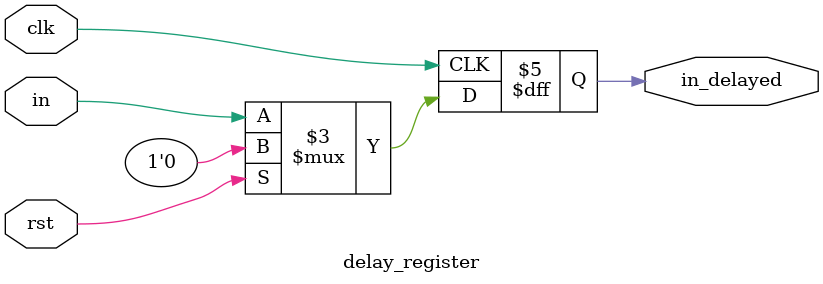
<source format=v>
`ifndef __DELAY_REGISTER_V__
`define __DELAY_REGISTER_V__

module delay_register (
    input clk,
    input rst,

    input in,
    output reg in_delayed
);

    always @(posedge clk)
        if (rst) in_delayed <= 1'b0;
        else in_delayed <= in;

endmodule

`endif

</source>
